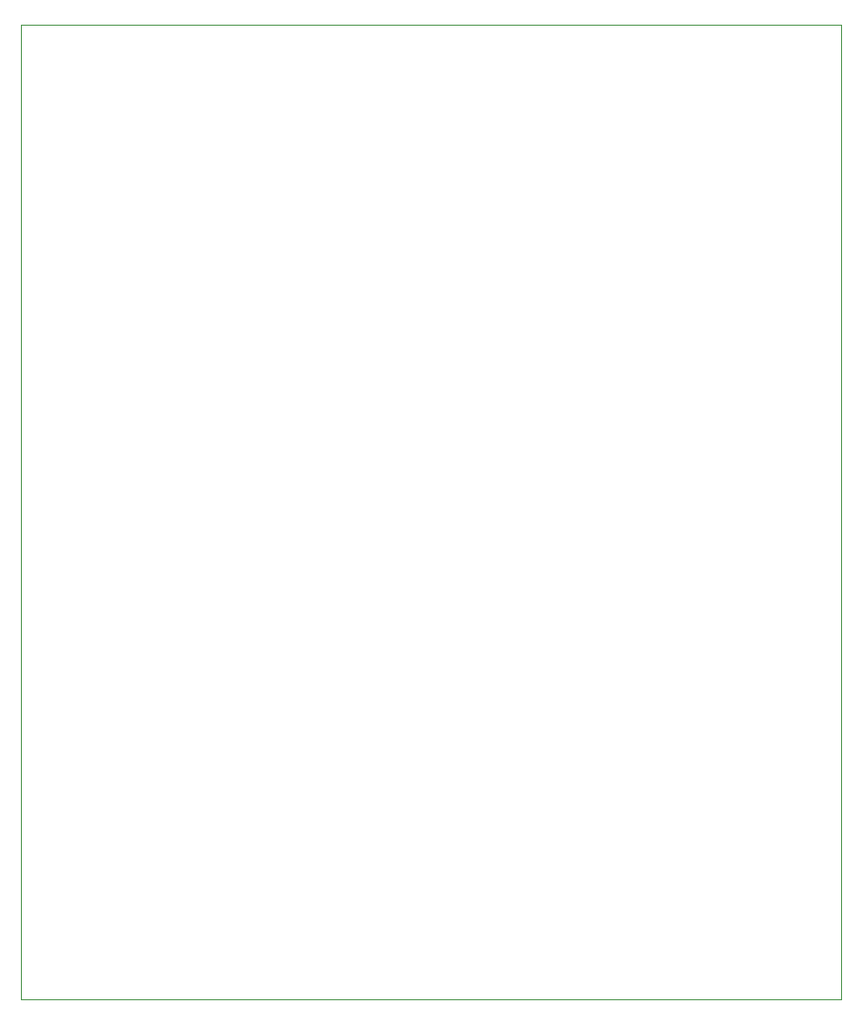
<source format=gm1>
G04 #@! TF.GenerationSoftware,KiCad,Pcbnew,8.0.4*
G04 #@! TF.CreationDate,2025-04-22T14:39:34+02:00*
G04 #@! TF.ProjectId,MarvinProjekt,4d617276-696e-4507-926f-6a656b742e6b,rev?*
G04 #@! TF.SameCoordinates,Original*
G04 #@! TF.FileFunction,Profile,NP*
%FSLAX46Y46*%
G04 Gerber Fmt 4.6, Leading zero omitted, Abs format (unit mm)*
G04 Created by KiCad (PCBNEW 8.0.4) date 2025-04-22 14:39:34*
%MOMM*%
%LPD*%
G01*
G04 APERTURE LIST*
G04 #@! TA.AperFunction,Profile*
%ADD10C,0.050000*%
G04 #@! TD*
G04 APERTURE END LIST*
D10*
X86800000Y-82700000D02*
X159900000Y-82700000D01*
X159900000Y-169500000D01*
X86800000Y-169500000D01*
X86800000Y-82700000D01*
M02*

</source>
